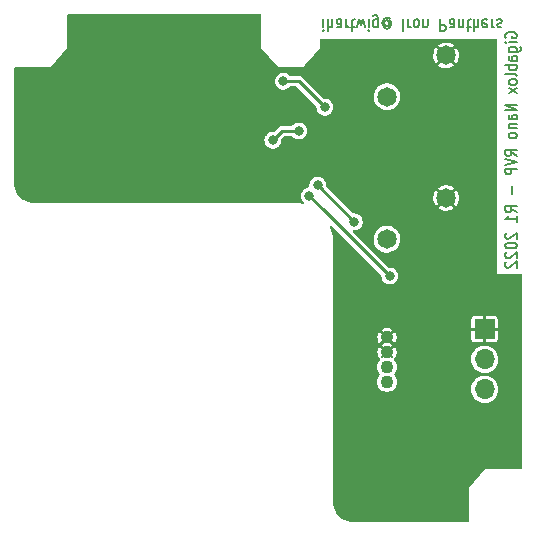
<source format=gbr>
%TF.GenerationSoftware,KiCad,Pcbnew,(6.0.5-0)*%
%TF.CreationDate,2022-07-05T23:07:10-07:00*%
%TF.ProjectId,gigablox-nano-rvp,67696761-626c-46f7-982d-6e616e6f2d72,rev?*%
%TF.SameCoordinates,PX5a1f4a0PY3e77360*%
%TF.FileFunction,Copper,L2,Bot*%
%TF.FilePolarity,Positive*%
%FSLAX46Y46*%
G04 Gerber Fmt 4.6, Leading zero omitted, Abs format (unit mm)*
G04 Created by KiCad (PCBNEW (6.0.5-0)) date 2022-07-05 23:07:10*
%MOMM*%
%LPD*%
G01*
G04 APERTURE LIST*
%ADD10C,0.150000*%
%TA.AperFunction,NonConductor*%
%ADD11C,0.150000*%
%TD*%
%TA.AperFunction,ComponentPad*%
%ADD12C,1.650000*%
%TD*%
%TA.AperFunction,ComponentPad*%
%ADD13C,1.100000*%
%TD*%
%TA.AperFunction,ComponentPad*%
%ADD14O,1.700000X1.700000*%
%TD*%
%TA.AperFunction,ComponentPad*%
%ADD15R,1.700000X1.700000*%
%TD*%
%TA.AperFunction,ViaPad*%
%ADD16C,0.800000*%
%TD*%
%TA.AperFunction,Conductor*%
%ADD17C,0.250000*%
%TD*%
G04 APERTURE END LIST*
D10*
D11*
X26471428Y42852381D02*
X26471428Y42185715D01*
X26471428Y41852381D02*
X26430952Y41900000D01*
X26471428Y41947620D01*
X26511904Y41900000D01*
X26471428Y41852381D01*
X26471428Y41947620D01*
X26876190Y42852381D02*
X26876190Y41852381D01*
X27240476Y42852381D02*
X27240476Y42328572D01*
X27200000Y42233334D01*
X27119047Y42185715D01*
X26997619Y42185715D01*
X26916666Y42233334D01*
X26876190Y42280953D01*
X28009523Y42852381D02*
X28009523Y42328572D01*
X27969047Y42233334D01*
X27888095Y42185715D01*
X27726190Y42185715D01*
X27645238Y42233334D01*
X28009523Y42804762D02*
X27928571Y42852381D01*
X27726190Y42852381D01*
X27645238Y42804762D01*
X27604761Y42709524D01*
X27604761Y42614286D01*
X27645238Y42519048D01*
X27726190Y42471429D01*
X27928571Y42471429D01*
X28009523Y42423810D01*
X28414285Y42852381D02*
X28414285Y42185715D01*
X28414285Y42376191D02*
X28454761Y42280953D01*
X28495238Y42233334D01*
X28576190Y42185715D01*
X28657142Y42185715D01*
X28819047Y42185715D02*
X29142857Y42185715D01*
X28940476Y41852381D02*
X28940476Y42709524D01*
X28980952Y42804762D01*
X29061904Y42852381D01*
X29142857Y42852381D01*
X29345238Y42185715D02*
X29507142Y42852381D01*
X29669047Y42376191D01*
X29830952Y42852381D01*
X29992857Y42185715D01*
X30316666Y42852381D02*
X30316666Y42185715D01*
X30316666Y41852381D02*
X30276190Y41900000D01*
X30316666Y41947620D01*
X30357142Y41900000D01*
X30316666Y41852381D01*
X30316666Y41947620D01*
X31085714Y42185715D02*
X31085714Y42995239D01*
X31045238Y43090477D01*
X31004761Y43138096D01*
X30923809Y43185715D01*
X30802380Y43185715D01*
X30721428Y43138096D01*
X31085714Y42804762D02*
X31004761Y42852381D01*
X30842857Y42852381D01*
X30761904Y42804762D01*
X30721428Y42757143D01*
X30680952Y42661905D01*
X30680952Y42376191D01*
X30721428Y42280953D01*
X30761904Y42233334D01*
X30842857Y42185715D01*
X31004761Y42185715D01*
X31085714Y42233334D01*
X32016666Y42376191D02*
X31976190Y42328572D01*
X31895238Y42280953D01*
X31814285Y42280953D01*
X31733333Y42328572D01*
X31692857Y42376191D01*
X31652380Y42471429D01*
X31652380Y42566667D01*
X31692857Y42661905D01*
X31733333Y42709524D01*
X31814285Y42757143D01*
X31895238Y42757143D01*
X31976190Y42709524D01*
X32016666Y42661905D01*
X32016666Y42280953D02*
X32016666Y42661905D01*
X32057142Y42709524D01*
X32097619Y42709524D01*
X32178571Y42661905D01*
X32219047Y42566667D01*
X32219047Y42328572D01*
X32138095Y42185715D01*
X32016666Y42090477D01*
X31854761Y42042858D01*
X31692857Y42090477D01*
X31571428Y42185715D01*
X31490476Y42328572D01*
X31450000Y42519048D01*
X31490476Y42709524D01*
X31571428Y42852381D01*
X31692857Y42947620D01*
X31854761Y42995239D01*
X32016666Y42947620D01*
X32138095Y42852381D01*
X33230952Y42852381D02*
X33230952Y41852381D01*
X33635714Y42852381D02*
X33635714Y42185715D01*
X33635714Y42376191D02*
X33676190Y42280953D01*
X33716666Y42233334D01*
X33797619Y42185715D01*
X33878571Y42185715D01*
X34283333Y42852381D02*
X34202380Y42804762D01*
X34161904Y42757143D01*
X34121428Y42661905D01*
X34121428Y42376191D01*
X34161904Y42280953D01*
X34202380Y42233334D01*
X34283333Y42185715D01*
X34404761Y42185715D01*
X34485714Y42233334D01*
X34526190Y42280953D01*
X34566666Y42376191D01*
X34566666Y42661905D01*
X34526190Y42757143D01*
X34485714Y42804762D01*
X34404761Y42852381D01*
X34283333Y42852381D01*
X34930952Y42185715D02*
X34930952Y42852381D01*
X34930952Y42280953D02*
X34971428Y42233334D01*
X35052380Y42185715D01*
X35173809Y42185715D01*
X35254761Y42233334D01*
X35295238Y42328572D01*
X35295238Y42852381D01*
X36347619Y42852381D02*
X36347619Y41852381D01*
X36671428Y41852381D01*
X36752380Y41900000D01*
X36792857Y41947620D01*
X36833333Y42042858D01*
X36833333Y42185715D01*
X36792857Y42280953D01*
X36752380Y42328572D01*
X36671428Y42376191D01*
X36347619Y42376191D01*
X37561904Y42852381D02*
X37561904Y42328572D01*
X37521428Y42233334D01*
X37440476Y42185715D01*
X37278571Y42185715D01*
X37197619Y42233334D01*
X37561904Y42804762D02*
X37480952Y42852381D01*
X37278571Y42852381D01*
X37197619Y42804762D01*
X37157142Y42709524D01*
X37157142Y42614286D01*
X37197619Y42519048D01*
X37278571Y42471429D01*
X37480952Y42471429D01*
X37561904Y42423810D01*
X37966666Y42185715D02*
X37966666Y42852381D01*
X37966666Y42280953D02*
X38007142Y42233334D01*
X38088095Y42185715D01*
X38209523Y42185715D01*
X38290476Y42233334D01*
X38330952Y42328572D01*
X38330952Y42852381D01*
X38614285Y42185715D02*
X38938095Y42185715D01*
X38735714Y41852381D02*
X38735714Y42709524D01*
X38776190Y42804762D01*
X38857142Y42852381D01*
X38938095Y42852381D01*
X39221428Y42852381D02*
X39221428Y41852381D01*
X39585714Y42852381D02*
X39585714Y42328572D01*
X39545238Y42233334D01*
X39464285Y42185715D01*
X39342857Y42185715D01*
X39261904Y42233334D01*
X39221428Y42280953D01*
X40314285Y42804762D02*
X40233333Y42852381D01*
X40071428Y42852381D01*
X39990476Y42804762D01*
X39950000Y42709524D01*
X39950000Y42328572D01*
X39990476Y42233334D01*
X40071428Y42185715D01*
X40233333Y42185715D01*
X40314285Y42233334D01*
X40354761Y42328572D01*
X40354761Y42423810D01*
X39950000Y42519048D01*
X40719047Y42852381D02*
X40719047Y42185715D01*
X40719047Y42376191D02*
X40759523Y42280953D01*
X40800000Y42233334D01*
X40880952Y42185715D01*
X40961904Y42185715D01*
X41204761Y42804762D02*
X41285714Y42852381D01*
X41447619Y42852381D01*
X41528571Y42804762D01*
X41569047Y42709524D01*
X41569047Y42661905D01*
X41528571Y42566667D01*
X41447619Y42519048D01*
X41326190Y42519048D01*
X41245238Y42471429D01*
X41204761Y42376191D01*
X41204761Y42328572D01*
X41245238Y42233334D01*
X41326190Y42185715D01*
X41447619Y42185715D01*
X41528571Y42233334D01*
D10*
D11*
X41900000Y41291667D02*
X41852380Y41372620D01*
X41852380Y41494048D01*
X41900000Y41615477D01*
X41995238Y41696429D01*
X42090476Y41736905D01*
X42280952Y41777381D01*
X42423809Y41777381D01*
X42614285Y41736905D01*
X42709523Y41696429D01*
X42804761Y41615477D01*
X42852380Y41494048D01*
X42852380Y41413096D01*
X42804761Y41291667D01*
X42757142Y41251191D01*
X42423809Y41251191D01*
X42423809Y41413096D01*
X42852380Y40886905D02*
X42185714Y40886905D01*
X41852380Y40886905D02*
X41900000Y40927381D01*
X41947619Y40886905D01*
X41900000Y40846429D01*
X41852380Y40886905D01*
X41947619Y40886905D01*
X42185714Y40117858D02*
X42995238Y40117858D01*
X43090476Y40158334D01*
X43138095Y40198810D01*
X43185714Y40279762D01*
X43185714Y40401191D01*
X43138095Y40482143D01*
X42804761Y40117858D02*
X42852380Y40198810D01*
X42852380Y40360715D01*
X42804761Y40441667D01*
X42757142Y40482143D01*
X42661904Y40522620D01*
X42376190Y40522620D01*
X42280952Y40482143D01*
X42233333Y40441667D01*
X42185714Y40360715D01*
X42185714Y40198810D01*
X42233333Y40117858D01*
X42852380Y39348810D02*
X42328571Y39348810D01*
X42233333Y39389286D01*
X42185714Y39470239D01*
X42185714Y39632143D01*
X42233333Y39713096D01*
X42804761Y39348810D02*
X42852380Y39429762D01*
X42852380Y39632143D01*
X42804761Y39713096D01*
X42709523Y39753572D01*
X42614285Y39753572D01*
X42519047Y39713096D01*
X42471428Y39632143D01*
X42471428Y39429762D01*
X42423809Y39348810D01*
X42852380Y38944048D02*
X41852380Y38944048D01*
X42233333Y38944048D02*
X42185714Y38863096D01*
X42185714Y38701191D01*
X42233333Y38620239D01*
X42280952Y38579762D01*
X42376190Y38539286D01*
X42661904Y38539286D01*
X42757142Y38579762D01*
X42804761Y38620239D01*
X42852380Y38701191D01*
X42852380Y38863096D01*
X42804761Y38944048D01*
X42852380Y38053572D02*
X42804761Y38134524D01*
X42709523Y38175000D01*
X41852380Y38175000D01*
X42852380Y37608334D02*
X42804761Y37689286D01*
X42757142Y37729762D01*
X42661904Y37770239D01*
X42376190Y37770239D01*
X42280952Y37729762D01*
X42233333Y37689286D01*
X42185714Y37608334D01*
X42185714Y37486905D01*
X42233333Y37405953D01*
X42280952Y37365477D01*
X42376190Y37325000D01*
X42661904Y37325000D01*
X42757142Y37365477D01*
X42804761Y37405953D01*
X42852380Y37486905D01*
X42852380Y37608334D01*
X42852380Y37041667D02*
X42185714Y36596429D01*
X42185714Y37041667D02*
X42852380Y36596429D01*
X42852380Y35625000D02*
X41852380Y35625000D01*
X42852380Y35139286D01*
X41852380Y35139286D01*
X42852380Y34370239D02*
X42328571Y34370239D01*
X42233333Y34410715D01*
X42185714Y34491667D01*
X42185714Y34653572D01*
X42233333Y34734524D01*
X42804761Y34370239D02*
X42852380Y34451191D01*
X42852380Y34653572D01*
X42804761Y34734524D01*
X42709523Y34775000D01*
X42614285Y34775000D01*
X42519047Y34734524D01*
X42471428Y34653572D01*
X42471428Y34451191D01*
X42423809Y34370239D01*
X42185714Y33965477D02*
X42852380Y33965477D01*
X42280952Y33965477D02*
X42233333Y33925000D01*
X42185714Y33844048D01*
X42185714Y33722620D01*
X42233333Y33641667D01*
X42328571Y33601191D01*
X42852380Y33601191D01*
X42852380Y33075000D02*
X42804761Y33155953D01*
X42757142Y33196429D01*
X42661904Y33236905D01*
X42376190Y33236905D01*
X42280952Y33196429D01*
X42233333Y33155953D01*
X42185714Y33075000D01*
X42185714Y32953572D01*
X42233333Y32872620D01*
X42280952Y32832143D01*
X42376190Y32791667D01*
X42661904Y32791667D01*
X42757142Y32832143D01*
X42804761Y32872620D01*
X42852380Y32953572D01*
X42852380Y33075000D01*
X42852380Y31294048D02*
X42376190Y31577381D01*
X42852380Y31779762D02*
X41852380Y31779762D01*
X41852380Y31455953D01*
X41900000Y31375000D01*
X41947619Y31334524D01*
X42042857Y31294048D01*
X42185714Y31294048D01*
X42280952Y31334524D01*
X42328571Y31375000D01*
X42376190Y31455953D01*
X42376190Y31779762D01*
X41852380Y31051191D02*
X42852380Y30767858D01*
X41852380Y30484524D01*
X42852380Y30201191D02*
X41852380Y30201191D01*
X41852380Y29877381D01*
X41900000Y29796429D01*
X41947619Y29755953D01*
X42042857Y29715477D01*
X42185714Y29715477D01*
X42280952Y29755953D01*
X42328571Y29796429D01*
X42376190Y29877381D01*
X42376190Y30201191D01*
X42471428Y28703572D02*
X42471428Y28055953D01*
X42852380Y26517858D02*
X42376190Y26801191D01*
X42852380Y27003572D02*
X41852380Y27003572D01*
X41852380Y26679762D01*
X41900000Y26598810D01*
X41947619Y26558334D01*
X42042857Y26517858D01*
X42185714Y26517858D01*
X42280952Y26558334D01*
X42328571Y26598810D01*
X42376190Y26679762D01*
X42376190Y27003572D01*
X42852380Y25708334D02*
X42852380Y26194048D01*
X42852380Y25951191D02*
X41852380Y25951191D01*
X41995238Y26032143D01*
X42090476Y26113096D01*
X42138095Y26194048D01*
X41947619Y24736905D02*
X41900000Y24696429D01*
X41852380Y24615477D01*
X41852380Y24413096D01*
X41900000Y24332143D01*
X41947619Y24291667D01*
X42042857Y24251191D01*
X42138095Y24251191D01*
X42280952Y24291667D01*
X42852380Y24777381D01*
X42852380Y24251191D01*
X41852380Y23725000D02*
X41852380Y23644048D01*
X41900000Y23563096D01*
X41947619Y23522620D01*
X42042857Y23482143D01*
X42233333Y23441667D01*
X42471428Y23441667D01*
X42661904Y23482143D01*
X42757142Y23522620D01*
X42804761Y23563096D01*
X42852380Y23644048D01*
X42852380Y23725000D01*
X42804761Y23805953D01*
X42757142Y23846429D01*
X42661904Y23886905D01*
X42471428Y23927381D01*
X42233333Y23927381D01*
X42042857Y23886905D01*
X41947619Y23846429D01*
X41900000Y23805953D01*
X41852380Y23725000D01*
X41947619Y23117858D02*
X41900000Y23077381D01*
X41852380Y22996429D01*
X41852380Y22794048D01*
X41900000Y22713096D01*
X41947619Y22672620D01*
X42042857Y22632143D01*
X42138095Y22632143D01*
X42280952Y22672620D01*
X42852380Y23158334D01*
X42852380Y22632143D01*
X41947619Y22308334D02*
X41900000Y22267858D01*
X41852380Y22186905D01*
X41852380Y21984524D01*
X41900000Y21903572D01*
X41947619Y21863096D01*
X42042857Y21822620D01*
X42138095Y21822620D01*
X42280952Y21863096D01*
X42852380Y22348810D01*
X42852380Y21822620D01*
D12*
%TO.P,J4,2,Pin_2*%
%TO.N,/12V_CONN*%
X31865000Y24225000D03*
%TO.P,J4,1,Pin_1*%
%TO.N,GND*%
X36865000Y27725000D03*
%TD*%
D13*
%TO.P,J3,1,Pin_1*%
%TO.N,+12V*%
X31865000Y12160000D03*
%TO.P,J3,2,Pin_2*%
X31865000Y13410000D03*
%TO.P,J3,3,Pin_3*%
%TO.N,GND*%
X31865000Y14660000D03*
%TO.P,J3,4,Pin_4*%
X31865000Y15910000D03*
%TD*%
D14*
%TO.P,J2,3,Pin_3*%
%TO.N,/RST_CONN*%
X40120000Y11525000D03*
%TO.P,J2,2,Pin_2*%
%TO.N,unconnected-(J2-Pad2)*%
X40120000Y14065000D03*
D15*
%TO.P,J2,1,Pin_1*%
%TO.N,GND*%
X40120000Y16605000D03*
%TD*%
D12*
%TO.P,J1,2,Pin_2*%
%TO.N,/12V_CONN*%
X31865000Y36290000D03*
%TO.P,J1,1,Pin_1*%
%TO.N,GND*%
X36865000Y39790000D03*
%TD*%
D16*
%TO.N,/12V_CONN*%
X24400000Y33400000D03*
X22200000Y32600000D03*
%TO.N,+12V*%
X23100000Y37600000D03*
X26600000Y35400000D03*
X29100000Y25700000D03*
X26000000Y28800000D03*
%TO.N,/RST_CONN*%
X25300000Y27900000D03*
%TO.N,GND*%
X18600000Y28700000D03*
X9400000Y28700000D03*
X20300000Y32900000D03*
%TO.N,/RST_CONN*%
X32100000Y21100000D03*
%TO.N,GND*%
X30700000Y7100000D03*
X4600000Y36000000D03*
X4600000Y32700000D03*
X4600000Y29400000D03*
X11700000Y33100000D03*
X7700000Y41800000D03*
X12600000Y42100000D03*
X29900000Y9700000D03*
X29900000Y6500000D03*
X30700000Y3900000D03*
X25300000Y30900000D03*
%TD*%
D17*
%TO.N,/12V_CONN*%
X24400000Y33400000D02*
X23000000Y33400000D01*
X23000000Y33400000D02*
X22200000Y32600000D01*
%TO.N,+12V*%
X23100000Y37600000D02*
X24400000Y37600000D01*
X24400000Y37600000D02*
X26600000Y35400000D01*
X26000000Y28800000D02*
X29100000Y25700000D01*
%TO.N,/RST_CONN*%
X26500000Y26700000D02*
X25300000Y27900000D01*
X32100000Y21100000D02*
X26500000Y26700000D01*
%TD*%
%TA.AperFunction,Conductor*%
%TO.N,GND*%
G36*
X21158531Y43275487D02*
G01*
X21195076Y43225187D01*
X21200000Y43194100D01*
X21200000Y40400000D01*
X22600000Y38800000D01*
X24800000Y38800000D01*
X24921622Y38938996D01*
X36200233Y38938996D01*
X36200241Y38938949D01*
X36205853Y38932634D01*
X36344106Y38840256D01*
X36352177Y38835874D01*
X36525908Y38761232D01*
X36534633Y38758397D01*
X36719064Y38716665D01*
X36728169Y38715467D01*
X36917103Y38708043D01*
X36926274Y38708523D01*
X37113405Y38735656D01*
X37122334Y38737800D01*
X37301386Y38798580D01*
X37309770Y38802313D01*
X37474748Y38894705D01*
X37482315Y38899906D01*
X37520545Y38931701D01*
X37527778Y38943165D01*
X37527589Y38946044D01*
X37525554Y38949133D01*
X36876268Y39598420D01*
X36864189Y39604575D01*
X36859077Y39603765D01*
X36206387Y38951074D01*
X36200233Y38938996D01*
X24921622Y38938996D01*
X25687042Y39813762D01*
X35782050Y39813762D01*
X35794417Y39625078D01*
X35795851Y39616021D01*
X35842396Y39432751D01*
X35845465Y39424086D01*
X35924622Y39252382D01*
X35929219Y39244420D01*
X36006935Y39134454D01*
X36017794Y39126345D01*
X36018553Y39126335D01*
X36024786Y39130099D01*
X36673420Y39778732D01*
X36678748Y39789189D01*
X37050425Y39789189D01*
X37051235Y39784077D01*
X37701841Y39133472D01*
X37713919Y39127318D01*
X37716769Y39127770D01*
X37719657Y39130077D01*
X37755094Y39172685D01*
X37760295Y39180252D01*
X37852687Y39345230D01*
X37856420Y39353614D01*
X37917200Y39532666D01*
X37919344Y39541595D01*
X37946713Y39730356D01*
X37947215Y39736247D01*
X37948546Y39787044D01*
X37948352Y39792949D01*
X37930900Y39982887D01*
X37929227Y39991909D01*
X37877900Y40173899D01*
X37874609Y40182472D01*
X37790983Y40352049D01*
X37786177Y40359891D01*
X37722619Y40445007D01*
X37711551Y40452829D01*
X37710080Y40452810D01*
X37704904Y40449591D01*
X37056580Y39801268D01*
X37050425Y39789189D01*
X36678748Y39789189D01*
X36679575Y39790811D01*
X36678765Y39795923D01*
X36028434Y40446253D01*
X36016356Y40452407D01*
X36014203Y40452066D01*
X36010414Y40448956D01*
X35959051Y40383803D01*
X35954051Y40376104D01*
X35866009Y40208764D01*
X35862496Y40200282D01*
X35806424Y40019700D01*
X35804516Y40010723D01*
X35782290Y39822948D01*
X35782050Y39813762D01*
X25687042Y39813762D01*
X26200000Y40400000D01*
X26200000Y40637765D01*
X36201455Y40637765D01*
X36201784Y40634192D01*
X36203177Y40632136D01*
X36853732Y39981580D01*
X36865811Y39975425D01*
X36870923Y39976235D01*
X37523645Y40628958D01*
X37529799Y40641036D01*
X37529128Y40645271D01*
X37528367Y40646277D01*
X37528051Y40646569D01*
X37520773Y40652154D01*
X37360856Y40753053D01*
X37352669Y40757225D01*
X37177052Y40827289D01*
X37168241Y40829899D01*
X36982793Y40866787D01*
X36973655Y40867747D01*
X36784593Y40870223D01*
X36775436Y40869502D01*
X36589086Y40837481D01*
X36580207Y40835101D01*
X36402819Y40769660D01*
X36394520Y40765701D01*
X36232024Y40669026D01*
X36224599Y40663632D01*
X36208385Y40649412D01*
X36201455Y40637765D01*
X26200000Y40637765D01*
X26200000Y41076600D01*
X26219213Y41135731D01*
X26269513Y41172276D01*
X26300600Y41177200D01*
X41076600Y41177200D01*
X41135731Y41157987D01*
X41172276Y41107687D01*
X41177200Y41076600D01*
X41177200Y21280415D01*
X43194100Y21280415D01*
X43253231Y21261202D01*
X43289776Y21210902D01*
X43294700Y21179815D01*
X43294700Y4900600D01*
X43275487Y4841469D01*
X43225187Y4804924D01*
X43194100Y4800000D01*
X40200000Y4800000D01*
X38800000Y3200000D01*
X38800000Y405900D01*
X38780787Y346769D01*
X38730487Y310224D01*
X38699400Y305300D01*
X29035515Y305300D01*
X29018046Y306828D01*
X29008667Y308482D01*
X29008666Y308482D01*
X29000000Y310010D01*
X28991330Y308481D01*
X28986716Y308481D01*
X28968598Y307546D01*
X28765993Y322037D01*
X28751786Y324080D01*
X28529577Y372418D01*
X28515805Y376462D01*
X28302734Y455934D01*
X28289688Y461891D01*
X28090080Y570886D01*
X28078017Y578639D01*
X27895971Y714917D01*
X27885123Y724316D01*
X27724316Y885123D01*
X27714917Y895971D01*
X27578639Y1078017D01*
X27570886Y1090080D01*
X27461891Y1289688D01*
X27455934Y1302734D01*
X27376462Y1515805D01*
X27372418Y1529577D01*
X27324080Y1751786D01*
X27322037Y1765993D01*
X27307546Y1968598D01*
X27308481Y1986716D01*
X27308481Y1991330D01*
X27310010Y2000000D01*
X27306828Y2018046D01*
X27305300Y2035515D01*
X27305300Y12160000D01*
X31004989Y12160000D01*
X31023782Y11981194D01*
X31079341Y11810202D01*
X31081977Y11805636D01*
X31081978Y11805634D01*
X31124577Y11731851D01*
X31169236Y11654498D01*
X31289540Y11520887D01*
X31434994Y11415209D01*
X31599242Y11342081D01*
X31604392Y11340986D01*
X31604393Y11340986D01*
X31769950Y11305795D01*
X31769955Y11305794D01*
X31775104Y11304700D01*
X31954896Y11304700D01*
X31960045Y11305794D01*
X31960050Y11305795D01*
X32125607Y11340986D01*
X32125608Y11340986D01*
X32130758Y11342081D01*
X32295006Y11415209D01*
X32440460Y11520887D01*
X32471510Y11555372D01*
X38960149Y11555372D01*
X38974036Y11343497D01*
X38975168Y11339039D01*
X38975169Y11339034D01*
X38996728Y11254145D01*
X39026301Y11137701D01*
X39115195Y10944876D01*
X39237740Y10771479D01*
X39389832Y10623317D01*
X39393665Y10620756D01*
X39393666Y10620755D01*
X39562542Y10507915D01*
X39562546Y10507913D01*
X39566377Y10505353D01*
X39761463Y10421538D01*
X39968557Y10374677D01*
X40074640Y10370509D01*
X40176114Y10366522D01*
X40176115Y10366522D01*
X40180723Y10366341D01*
X40185280Y10367002D01*
X40185285Y10367002D01*
X40386293Y10396147D01*
X40386299Y10396148D01*
X40390855Y10396809D01*
X40395218Y10398290D01*
X40395222Y10398291D01*
X40587553Y10463579D01*
X40591916Y10465060D01*
X40777172Y10568808D01*
X40839632Y10620755D01*
X40936873Y10701630D01*
X40940420Y10704580D01*
X40947120Y10712636D01*
X41073244Y10864283D01*
X41073246Y10864285D01*
X41076192Y10867828D01*
X41179940Y11053084D01*
X41248191Y11254145D01*
X41248852Y11258701D01*
X41248853Y11258707D01*
X41278234Y11461345D01*
X41278234Y11461347D01*
X41278659Y11464277D01*
X41279518Y11497083D01*
X41280172Y11522044D01*
X41280172Y11522051D01*
X41280249Y11525000D01*
X41260821Y11736439D01*
X41203186Y11940796D01*
X41191445Y11964605D01*
X41111318Y12127086D01*
X41111316Y12127089D01*
X41109275Y12131228D01*
X41083876Y12165242D01*
X40984996Y12297659D01*
X40984991Y12297664D01*
X40982233Y12301358D01*
X40826315Y12445487D01*
X40822419Y12447945D01*
X40822414Y12447949D01*
X40717148Y12514366D01*
X40646742Y12558789D01*
X40449529Y12637470D01*
X40241279Y12678893D01*
X40135124Y12680282D01*
X40033582Y12681612D01*
X40033578Y12681612D01*
X40028968Y12681672D01*
X40024423Y12680891D01*
X39824253Y12646496D01*
X39824248Y12646495D01*
X39819705Y12645714D01*
X39720102Y12608969D01*
X39624831Y12573822D01*
X39624829Y12573821D01*
X39620500Y12572224D01*
X39616532Y12569863D01*
X39441987Y12466020D01*
X39441982Y12466016D01*
X39438023Y12463661D01*
X39434557Y12460622D01*
X39434555Y12460620D01*
X39281852Y12326704D01*
X39281849Y12326701D01*
X39278385Y12323663D01*
X39146933Y12156917D01*
X39048070Y11969008D01*
X39039310Y11940796D01*
X38997341Y11805634D01*
X38985105Y11766229D01*
X38960149Y11555372D01*
X32471510Y11555372D01*
X32560764Y11654498D01*
X32605424Y11731851D01*
X32648022Y11805634D01*
X32648023Y11805636D01*
X32650659Y11810202D01*
X32706218Y11981194D01*
X32725011Y12160000D01*
X32706218Y12338806D01*
X32650659Y12509798D01*
X32623796Y12556327D01*
X32563400Y12660937D01*
X32563398Y12660940D01*
X32560764Y12665502D01*
X32513778Y12717685D01*
X32488489Y12774484D01*
X32501416Y12835300D01*
X32513778Y12852315D01*
X32557237Y12900581D01*
X32560764Y12904498D01*
X32566537Y12914496D01*
X32648022Y13055634D01*
X32648023Y13055636D01*
X32650659Y13060202D01*
X32706218Y13231194D01*
X32725011Y13410000D01*
X32721553Y13442902D01*
X32706769Y13583566D01*
X32706768Y13583568D01*
X32706218Y13588806D01*
X32650659Y13759798D01*
X32648022Y13764366D01*
X32563400Y13910937D01*
X32563398Y13910940D01*
X32560764Y13915502D01*
X32480831Y14004277D01*
X32460338Y14027037D01*
X32435050Y14083836D01*
X32437502Y14095372D01*
X38960149Y14095372D01*
X38974036Y13883497D01*
X38975168Y13879039D01*
X38975169Y13879034D01*
X38996728Y13794145D01*
X39026301Y13677701D01*
X39115195Y13484876D01*
X39237740Y13311479D01*
X39389832Y13163317D01*
X39393665Y13160756D01*
X39393666Y13160755D01*
X39562542Y13047915D01*
X39562546Y13047913D01*
X39566377Y13045353D01*
X39761463Y12961538D01*
X39968557Y12914677D01*
X40074640Y12910509D01*
X40176114Y12906522D01*
X40176115Y12906522D01*
X40180723Y12906341D01*
X40185280Y12907002D01*
X40185285Y12907002D01*
X40386293Y12936147D01*
X40386299Y12936148D01*
X40390855Y12936809D01*
X40395218Y12938290D01*
X40395222Y12938291D01*
X40587553Y13003579D01*
X40591916Y13005060D01*
X40777172Y13108808D01*
X40839632Y13160755D01*
X40936873Y13241630D01*
X40940420Y13244580D01*
X40947120Y13252636D01*
X41073244Y13404283D01*
X41073246Y13404285D01*
X41076192Y13407828D01*
X41179940Y13593084D01*
X41236532Y13759798D01*
X41246709Y13789778D01*
X41246710Y13789782D01*
X41248191Y13794145D01*
X41248852Y13798701D01*
X41248853Y13798707D01*
X41278234Y14001345D01*
X41278234Y14001347D01*
X41278659Y14004277D01*
X41279833Y14049113D01*
X41280172Y14062044D01*
X41280172Y14062051D01*
X41280249Y14065000D01*
X41269108Y14186254D01*
X41261243Y14271851D01*
X41261242Y14271856D01*
X41260821Y14276439D01*
X41203186Y14480796D01*
X41191445Y14504605D01*
X41111318Y14667086D01*
X41111316Y14667089D01*
X41109275Y14671228D01*
X41087389Y14700537D01*
X40984996Y14837659D01*
X40984991Y14837664D01*
X40982233Y14841358D01*
X40977834Y14845425D01*
X40829703Y14982355D01*
X40826315Y14985487D01*
X40822419Y14987945D01*
X40822414Y14987949D01*
X40736529Y15042138D01*
X40646742Y15098789D01*
X40449529Y15177470D01*
X40241279Y15218893D01*
X40135123Y15220283D01*
X40033582Y15221612D01*
X40033578Y15221612D01*
X40028968Y15221672D01*
X40024423Y15220891D01*
X39824253Y15186496D01*
X39824248Y15186495D01*
X39819705Y15185714D01*
X39720102Y15148969D01*
X39624831Y15113822D01*
X39624829Y15113821D01*
X39620500Y15112224D01*
X39616532Y15109863D01*
X39441987Y15006020D01*
X39441982Y15006016D01*
X39438023Y15003661D01*
X39434557Y15000622D01*
X39434555Y15000620D01*
X39281852Y14866704D01*
X39281849Y14866701D01*
X39278385Y14863663D01*
X39275532Y14860044D01*
X39275531Y14860043D01*
X39212659Y14780290D01*
X39146933Y14696917D01*
X39048070Y14509008D01*
X39039310Y14480796D01*
X38987116Y14312704D01*
X38985105Y14306229D01*
X38978553Y14250872D01*
X38962515Y14115359D01*
X38960149Y14095372D01*
X32437502Y14095372D01*
X32447977Y14144651D01*
X32494182Y14186254D01*
X32517377Y14193125D01*
X32524147Y14199156D01*
X32581501Y14285482D01*
X32586613Y14295429D01*
X32646670Y14453528D01*
X32649451Y14464358D01*
X32673331Y14634274D01*
X32673816Y14640577D01*
X32674043Y14656835D01*
X32673734Y14663144D01*
X32654608Y14833660D01*
X32652130Y14844567D01*
X32596512Y15004279D01*
X32591678Y15014369D01*
X32526287Y15119016D01*
X32516258Y15127431D01*
X32508162Y15122850D01*
X32056580Y14671268D01*
X32050425Y14659189D01*
X32051235Y14654077D01*
X32371772Y14333540D01*
X32399998Y14278142D01*
X32390272Y14216734D01*
X32346308Y14172770D01*
X32284900Y14163044D01*
X32259719Y14170502D01*
X32135574Y14225775D01*
X32135572Y14225776D01*
X32130758Y14227919D01*
X32130868Y14228166D01*
X32093816Y14250872D01*
X31876268Y14468420D01*
X31864189Y14474575D01*
X31859077Y14473765D01*
X31636184Y14250872D01*
X31599132Y14228166D01*
X31599242Y14227919D01*
X31594428Y14225776D01*
X31594426Y14225775D01*
X31470280Y14170501D01*
X31408446Y14164002D01*
X31354602Y14195089D01*
X31329313Y14251888D01*
X31342240Y14312704D01*
X31358227Y14333539D01*
X31673420Y14648732D01*
X31679575Y14660811D01*
X31678765Y14665923D01*
X31223922Y15120766D01*
X31212056Y15126812D01*
X31205430Y15120825D01*
X31143337Y15024475D01*
X31138368Y15014465D01*
X31080523Y14855537D01*
X31077894Y14844671D01*
X31056696Y14676873D01*
X31056541Y14665703D01*
X31073044Y14497380D01*
X31075368Y14486444D01*
X31128754Y14325962D01*
X31133441Y14315819D01*
X31203291Y14200484D01*
X31222665Y14183761D01*
X31258870Y14168541D01*
X31291077Y14115359D01*
X31285874Y14053403D01*
X31267897Y14025076D01*
X31169236Y13915502D01*
X31166602Y13910940D01*
X31166600Y13910937D01*
X31081978Y13764366D01*
X31079341Y13759798D01*
X31023782Y13588806D01*
X31023232Y13583568D01*
X31023231Y13583566D01*
X31008447Y13442902D01*
X31004989Y13410000D01*
X31023782Y13231194D01*
X31079341Y13060202D01*
X31081977Y13055636D01*
X31081978Y13055634D01*
X31163464Y12914496D01*
X31169236Y12904498D01*
X31172763Y12900581D01*
X31216222Y12852315D01*
X31241511Y12795516D01*
X31228584Y12734700D01*
X31216222Y12717685D01*
X31169236Y12665502D01*
X31166602Y12660940D01*
X31166600Y12660937D01*
X31106204Y12556327D01*
X31079341Y12509798D01*
X31023782Y12338806D01*
X31004989Y12160000D01*
X27305300Y12160000D01*
X27305300Y15284189D01*
X31425425Y15284189D01*
X31426235Y15279077D01*
X31853732Y14851580D01*
X31865811Y14845425D01*
X31870923Y14846235D01*
X32298420Y15273732D01*
X32304575Y15285811D01*
X32303765Y15290923D01*
X31876268Y15718420D01*
X31864189Y15724575D01*
X31859077Y15723765D01*
X31431580Y15296268D01*
X31425425Y15284189D01*
X27305300Y15284189D01*
X27305300Y15915703D01*
X31056541Y15915703D01*
X31073044Y15747380D01*
X31075368Y15736444D01*
X31128754Y15575962D01*
X31133441Y15565819D01*
X31203291Y15450484D01*
X31213022Y15442084D01*
X31221479Y15446791D01*
X31673420Y15898732D01*
X31678748Y15909189D01*
X32050425Y15909189D01*
X32051235Y15904077D01*
X32505697Y15449615D01*
X32517762Y15443468D01*
X32524147Y15449156D01*
X32581501Y15535482D01*
X32586613Y15545429D01*
X32646670Y15703528D01*
X32649451Y15714358D01*
X32652341Y15734922D01*
X39016001Y15734922D01*
X39016965Y15725139D01*
X39028804Y15665614D01*
X39036242Y15647655D01*
X39081371Y15580115D01*
X39095115Y15566371D01*
X39162657Y15521241D01*
X39180611Y15513804D01*
X39240131Y15501965D01*
X39249930Y15501000D01*
X39976567Y15501000D01*
X39989457Y15505188D01*
X39992500Y15509377D01*
X39992500Y15516934D01*
X40247500Y15516934D01*
X40251688Y15504044D01*
X40255877Y15501001D01*
X40990078Y15501001D01*
X40999861Y15501965D01*
X41059386Y15513804D01*
X41077345Y15521242D01*
X41144885Y15566371D01*
X41158629Y15580115D01*
X41203759Y15647657D01*
X41211196Y15665611D01*
X41223035Y15725131D01*
X41224000Y15734930D01*
X41224000Y16461567D01*
X41219812Y16474457D01*
X41215623Y16477500D01*
X40263433Y16477500D01*
X40250543Y16473312D01*
X40247500Y16469123D01*
X40247500Y15516934D01*
X39992500Y15516934D01*
X39992500Y16461567D01*
X39988312Y16474457D01*
X39984123Y16477500D01*
X39031934Y16477500D01*
X39019044Y16473312D01*
X39016001Y16469123D01*
X39016001Y15734922D01*
X32652341Y15734922D01*
X32673331Y15884274D01*
X32673816Y15890577D01*
X32674043Y15906835D01*
X32673734Y15913144D01*
X32654608Y16083660D01*
X32652130Y16094567D01*
X32596512Y16254279D01*
X32591678Y16264369D01*
X32526287Y16369016D01*
X32516258Y16377431D01*
X32508162Y16372850D01*
X32056580Y15921268D01*
X32050425Y15909189D01*
X31678748Y15909189D01*
X31679575Y15910811D01*
X31678765Y15915923D01*
X31223922Y16370766D01*
X31212056Y16376812D01*
X31205430Y16370825D01*
X31143337Y16274475D01*
X31138368Y16264465D01*
X31080523Y16105537D01*
X31077894Y16094671D01*
X31056696Y15926873D01*
X31056541Y15915703D01*
X27305300Y15915703D01*
X27305300Y16561604D01*
X31397340Y16561604D01*
X31401985Y16553327D01*
X31853732Y16101580D01*
X31865811Y16095425D01*
X31870923Y16096235D01*
X32325999Y16551311D01*
X32331994Y16563076D01*
X32325858Y16569819D01*
X32224427Y16634190D01*
X32214382Y16639089D01*
X32055054Y16695824D01*
X32044171Y16698376D01*
X31876239Y16718400D01*
X31865050Y16718479D01*
X31696851Y16700801D01*
X31685939Y16698402D01*
X31525833Y16643897D01*
X31515718Y16639137D01*
X31405748Y16571484D01*
X31397340Y16561604D01*
X27305300Y16561604D01*
X27305300Y16748433D01*
X39016000Y16748433D01*
X39020188Y16735543D01*
X39024377Y16732500D01*
X39976567Y16732500D01*
X39989457Y16736688D01*
X39992500Y16740877D01*
X39992500Y16748433D01*
X40247500Y16748433D01*
X40251688Y16735543D01*
X40255877Y16732500D01*
X41208066Y16732500D01*
X41220956Y16736688D01*
X41223999Y16740877D01*
X41223999Y17475078D01*
X41223035Y17484861D01*
X41211196Y17544386D01*
X41203758Y17562345D01*
X41158629Y17629885D01*
X41144885Y17643629D01*
X41077343Y17688759D01*
X41059389Y17696196D01*
X40999869Y17708035D01*
X40990070Y17709000D01*
X40263433Y17709000D01*
X40250543Y17704812D01*
X40247500Y17700623D01*
X40247500Y16748433D01*
X39992500Y16748433D01*
X39992500Y17693066D01*
X39988312Y17705956D01*
X39984123Y17708999D01*
X39249922Y17708999D01*
X39240139Y17708035D01*
X39180614Y17696196D01*
X39162655Y17688758D01*
X39095115Y17643629D01*
X39081371Y17629885D01*
X39036241Y17562343D01*
X39028804Y17544389D01*
X39016965Y17484869D01*
X39016000Y17475070D01*
X39016000Y16748433D01*
X27305300Y16748433D01*
X27305300Y23964485D01*
X27306828Y23981954D01*
X27308481Y23991326D01*
X27308481Y23991329D01*
X27310010Y24000000D01*
X27309762Y24001404D01*
X27296487Y24254715D01*
X27291843Y24343328D01*
X27291842Y24343336D01*
X27291704Y24345972D01*
X27251529Y24599627D01*
X27237921Y24685549D01*
X27237919Y24685557D01*
X27237508Y24688154D01*
X27157249Y24987686D01*
X27148521Y25020260D01*
X27148518Y25020268D01*
X27147841Y25022796D01*
X27055269Y25263955D01*
X27052015Y25326044D01*
X27085877Y25378188D01*
X27143922Y25400469D01*
X27203978Y25384377D01*
X27220322Y25371142D01*
X31365469Y21225995D01*
X31393695Y21170597D01*
X31394073Y21141730D01*
X31389559Y21107440D01*
X31390224Y21101416D01*
X31390224Y21101412D01*
X31391659Y21088417D01*
X31408292Y20937761D01*
X31466958Y20777449D01*
X31562170Y20635758D01*
X31688432Y20520868D01*
X31838455Y20439412D01*
X31844325Y20437872D01*
X31997710Y20397632D01*
X31997711Y20397632D01*
X32003577Y20396093D01*
X32083545Y20394837D01*
X32168201Y20393507D01*
X32168203Y20393507D01*
X32174265Y20393412D01*
X32180176Y20394766D01*
X32180178Y20394766D01*
X32334757Y20430169D01*
X32334760Y20430170D01*
X32340667Y20431523D01*
X32493174Y20508226D01*
X32565440Y20569948D01*
X32618373Y20615156D01*
X32618375Y20615158D01*
X32622982Y20619093D01*
X32626520Y20624016D01*
X32719061Y20752801D01*
X32719063Y20752804D01*
X32722598Y20757724D01*
X32730528Y20777449D01*
X32784009Y20910487D01*
X32786271Y20916114D01*
X32810324Y21085121D01*
X32810480Y21100000D01*
X32789971Y21269473D01*
X32785837Y21280415D01*
X32731772Y21423493D01*
X32729630Y21429163D01*
X32632939Y21569849D01*
X32505481Y21683410D01*
X32500125Y21686246D01*
X32500122Y21686248D01*
X32359975Y21760451D01*
X32354613Y21763290D01*
X32245012Y21790820D01*
X32194932Y21803400D01*
X32194930Y21803400D01*
X32189047Y21804878D01*
X32182982Y21804910D01*
X32182980Y21804910D01*
X32044043Y21805637D01*
X31985014Y21825160D01*
X31973435Y21835101D01*
X29553821Y24254715D01*
X30730247Y24254715D01*
X30743833Y24047425D01*
X30744966Y24042964D01*
X30762662Y23973288D01*
X30794968Y23846082D01*
X30881938Y23657429D01*
X31001831Y23487784D01*
X31065377Y23425880D01*
X31147330Y23346045D01*
X31147334Y23346042D01*
X31150632Y23342829D01*
X31154465Y23340268D01*
X31154466Y23340267D01*
X31319522Y23229980D01*
X31319526Y23229978D01*
X31323357Y23227418D01*
X31464214Y23166901D01*
X31509983Y23147237D01*
X31509985Y23147236D01*
X31514222Y23145416D01*
X31614593Y23122704D01*
X31712334Y23100587D01*
X31712337Y23100587D01*
X31716834Y23099569D01*
X31841470Y23094672D01*
X31919800Y23091595D01*
X31919801Y23091595D01*
X31924409Y23091414D01*
X31928966Y23092075D01*
X31928971Y23092075D01*
X32046091Y23109057D01*
X32129994Y23121222D01*
X32326704Y23187996D01*
X32507952Y23289500D01*
X32667667Y23422333D01*
X32800500Y23582048D01*
X32902004Y23763296D01*
X32968778Y23960006D01*
X32982119Y24052018D01*
X32998161Y24162656D01*
X32998162Y24162665D01*
X32998586Y24165591D01*
X33000142Y24225000D01*
X32981134Y24431863D01*
X32924746Y24631799D01*
X32896955Y24688154D01*
X32834907Y24813976D01*
X32834905Y24813979D01*
X32832868Y24818110D01*
X32771435Y24900379D01*
X32711334Y24980864D01*
X32711331Y24980868D01*
X32708575Y24984558D01*
X32556031Y25125569D01*
X32380344Y25236419D01*
X32187398Y25313397D01*
X31983655Y25353924D01*
X31879797Y25355283D01*
X31780552Y25356583D01*
X31780548Y25356583D01*
X31775938Y25356643D01*
X31571204Y25321463D01*
X31566882Y25319869D01*
X31566880Y25319868D01*
X31380637Y25251159D01*
X31380634Y25251158D01*
X31376309Y25249562D01*
X31197780Y25143349D01*
X31194314Y25140310D01*
X31194312Y25140308D01*
X31045064Y25009421D01*
X31045061Y25009418D01*
X31041597Y25006380D01*
X30912990Y24843243D01*
X30816266Y24659400D01*
X30754664Y24461009D01*
X30730247Y24254715D01*
X29553821Y24254715D01*
X28985017Y24823519D01*
X28956791Y24878917D01*
X28966517Y24940325D01*
X29010481Y24984289D01*
X29057732Y24995242D01*
X29168201Y24993507D01*
X29168203Y24993507D01*
X29174265Y24993412D01*
X29180176Y24994766D01*
X29180178Y24994766D01*
X29334757Y25030169D01*
X29334760Y25030170D01*
X29340667Y25031523D01*
X29493174Y25108226D01*
X29565440Y25169948D01*
X29618373Y25215156D01*
X29618375Y25215158D01*
X29622982Y25219093D01*
X29636661Y25238129D01*
X29719061Y25352801D01*
X29719063Y25352804D01*
X29722598Y25357724D01*
X29730528Y25377449D01*
X29784009Y25510487D01*
X29786271Y25516114D01*
X29793256Y25565188D01*
X29809860Y25681859D01*
X29809860Y25681863D01*
X29810324Y25685121D01*
X29810480Y25700000D01*
X29789971Y25869473D01*
X29729630Y26029163D01*
X29632939Y26169849D01*
X29505481Y26283410D01*
X29500125Y26286246D01*
X29500122Y26286248D01*
X29359975Y26360451D01*
X29354613Y26363290D01*
X29245012Y26390820D01*
X29194932Y26403400D01*
X29194930Y26403400D01*
X29189047Y26404878D01*
X29182982Y26404910D01*
X29182980Y26404910D01*
X29044043Y26405637D01*
X28985014Y26425160D01*
X28973435Y26435101D01*
X28534540Y26873996D01*
X36200233Y26873996D01*
X36200241Y26873949D01*
X36205853Y26867634D01*
X36344106Y26775256D01*
X36352177Y26770874D01*
X36525908Y26696232D01*
X36534633Y26693397D01*
X36719064Y26651665D01*
X36728169Y26650467D01*
X36917103Y26643043D01*
X36926274Y26643523D01*
X37113405Y26670656D01*
X37122334Y26672800D01*
X37301386Y26733580D01*
X37309770Y26737313D01*
X37474748Y26829705D01*
X37482315Y26834906D01*
X37520545Y26866701D01*
X37527778Y26878165D01*
X37527589Y26881044D01*
X37525554Y26884133D01*
X36876268Y27533420D01*
X36864189Y27539575D01*
X36859077Y27538765D01*
X36206387Y26886074D01*
X36200233Y26873996D01*
X28534540Y26873996D01*
X27659774Y27748762D01*
X35782050Y27748762D01*
X35794417Y27560078D01*
X35795851Y27551021D01*
X35842396Y27367751D01*
X35845465Y27359086D01*
X35924622Y27187382D01*
X35929219Y27179420D01*
X36006935Y27069454D01*
X36017794Y27061345D01*
X36018553Y27061335D01*
X36024786Y27065099D01*
X36673420Y27713732D01*
X36678748Y27724189D01*
X37050425Y27724189D01*
X37051235Y27719077D01*
X37701841Y27068472D01*
X37713919Y27062318D01*
X37716769Y27062770D01*
X37719657Y27065077D01*
X37755094Y27107685D01*
X37760295Y27115252D01*
X37852687Y27280230D01*
X37856420Y27288614D01*
X37917200Y27467666D01*
X37919344Y27476595D01*
X37946713Y27665356D01*
X37947215Y27671247D01*
X37948546Y27722044D01*
X37948352Y27727949D01*
X37930900Y27917887D01*
X37929227Y27926909D01*
X37877900Y28108899D01*
X37874609Y28117472D01*
X37790983Y28287049D01*
X37786177Y28294891D01*
X37722619Y28380007D01*
X37711551Y28387829D01*
X37710080Y28387810D01*
X37704904Y28384591D01*
X37056580Y27736268D01*
X37050425Y27724189D01*
X36678748Y27724189D01*
X36679575Y27725811D01*
X36678765Y27730923D01*
X36028434Y28381253D01*
X36016356Y28387407D01*
X36014203Y28387066D01*
X36010414Y28383956D01*
X35959051Y28318803D01*
X35954051Y28311104D01*
X35866009Y28143764D01*
X35862496Y28135282D01*
X35806424Y27954700D01*
X35804516Y27945723D01*
X35782290Y27757948D01*
X35782050Y27748762D01*
X27659774Y27748762D01*
X26835771Y28572765D01*
X36201455Y28572765D01*
X36201784Y28569192D01*
X36203177Y28567136D01*
X36853732Y27916580D01*
X36865811Y27910425D01*
X36870923Y27911235D01*
X37523645Y28563958D01*
X37529799Y28576036D01*
X37529128Y28580271D01*
X37528367Y28581277D01*
X37528051Y28581569D01*
X37520773Y28587154D01*
X37360856Y28688053D01*
X37352669Y28692225D01*
X37177052Y28762289D01*
X37168241Y28764899D01*
X36982793Y28801787D01*
X36973655Y28802747D01*
X36784593Y28805223D01*
X36775436Y28804502D01*
X36589086Y28772481D01*
X36580207Y28770101D01*
X36402819Y28704660D01*
X36394520Y28700701D01*
X36232024Y28604026D01*
X36224599Y28598632D01*
X36208385Y28584412D01*
X36201455Y28572765D01*
X26835771Y28572765D01*
X26735040Y28673496D01*
X26706814Y28728894D01*
X26706579Y28758805D01*
X26709860Y28781856D01*
X26709861Y28781866D01*
X26710324Y28785121D01*
X26710480Y28800000D01*
X26709936Y28804502D01*
X26690700Y28963448D01*
X26689971Y28969473D01*
X26687245Y28976689D01*
X26631772Y29123493D01*
X26629630Y29129163D01*
X26532939Y29269849D01*
X26405481Y29383410D01*
X26400125Y29386246D01*
X26400122Y29386248D01*
X26259975Y29460451D01*
X26254613Y29463290D01*
X26145012Y29490820D01*
X26094932Y29503400D01*
X26094930Y29503400D01*
X26089047Y29504878D01*
X26082982Y29504910D01*
X26082980Y29504910D01*
X26005992Y29505312D01*
X25918339Y29505771D01*
X25912442Y29504355D01*
X25912440Y29504355D01*
X25758245Y29467336D01*
X25752347Y29465920D01*
X25600651Y29387624D01*
X25472010Y29275404D01*
X25422931Y29205571D01*
X25377340Y29140702D01*
X25377338Y29140698D01*
X25373852Y29135738D01*
X25371649Y29130088D01*
X25371648Y29130086D01*
X25319260Y28995718D01*
X25311841Y28976689D01*
X25289559Y28807440D01*
X25290224Y28801416D01*
X25290224Y28801413D01*
X25299743Y28715198D01*
X25287135Y28654315D01*
X25241150Y28612471D01*
X25218250Y28606141D01*
X25218339Y28605771D01*
X25052347Y28565920D01*
X24900651Y28487624D01*
X24896086Y28483642D01*
X24896085Y28483641D01*
X24777287Y28380007D01*
X24772010Y28375404D01*
X24732231Y28318803D01*
X24677340Y28240702D01*
X24677338Y28240698D01*
X24673852Y28235738D01*
X24671649Y28230088D01*
X24671648Y28230086D01*
X24614604Y28083776D01*
X24611841Y28076689D01*
X24589559Y27907440D01*
X24590224Y27901416D01*
X24590224Y27901412D01*
X24594928Y27858805D01*
X24608292Y27737761D01*
X24666958Y27577449D01*
X24670344Y27572410D01*
X24746924Y27458447D01*
X24762170Y27435758D01*
X24766657Y27431675D01*
X24766658Y27431674D01*
X24795481Y27405447D01*
X24826286Y27351440D01*
X24819463Y27289641D01*
X24777619Y27243655D01*
X24716736Y27231048D01*
X24701739Y27233868D01*
X24690699Y27236826D01*
X24690700Y27236826D01*
X24688154Y27237508D01*
X24685557Y27237919D01*
X24685549Y27237921D01*
X24474773Y27271304D01*
X24345972Y27291704D01*
X24343336Y27291842D01*
X24343328Y27291843D01*
X24012093Y27309202D01*
X24012092Y27309202D01*
X24001404Y27309762D01*
X24000000Y27310010D01*
X23991329Y27308481D01*
X23991326Y27308481D01*
X23981954Y27306828D01*
X23964485Y27305300D01*
X2035515Y27305300D01*
X2018046Y27306828D01*
X2008667Y27308482D01*
X2008666Y27308482D01*
X2000000Y27310010D01*
X1991330Y27308481D01*
X1986716Y27308481D01*
X1968598Y27307546D01*
X1765993Y27322037D01*
X1751786Y27324080D01*
X1529577Y27372418D01*
X1515805Y27376462D01*
X1302734Y27455934D01*
X1289688Y27461891D01*
X1090080Y27570886D01*
X1078017Y27578639D01*
X1071993Y27583149D01*
X895971Y27714917D01*
X885123Y27724316D01*
X724316Y27885123D01*
X714917Y27895971D01*
X578639Y28078017D01*
X570886Y28090080D01*
X461891Y28289688D01*
X455934Y28302734D01*
X376462Y28515805D01*
X372418Y28529577D01*
X324080Y28751786D01*
X322037Y28765993D01*
X307546Y28968598D01*
X308481Y28986716D01*
X308481Y28991330D01*
X310010Y29000000D01*
X306828Y29018046D01*
X305300Y29035515D01*
X305300Y32607440D01*
X21489559Y32607440D01*
X21490224Y32601416D01*
X21490224Y32601412D01*
X21491659Y32588417D01*
X21508292Y32437761D01*
X21566958Y32277449D01*
X21662170Y32135758D01*
X21788432Y32020868D01*
X21938455Y31939412D01*
X21944325Y31937872D01*
X22097710Y31897632D01*
X22097711Y31897632D01*
X22103577Y31896093D01*
X22183545Y31894837D01*
X22268201Y31893507D01*
X22268203Y31893507D01*
X22274265Y31893412D01*
X22280176Y31894766D01*
X22280178Y31894766D01*
X22434757Y31930169D01*
X22434760Y31930170D01*
X22440667Y31931523D01*
X22593174Y32008226D01*
X22665440Y32069948D01*
X22718373Y32115156D01*
X22718375Y32115158D01*
X22722982Y32119093D01*
X22726520Y32124016D01*
X22819061Y32252801D01*
X22819063Y32252804D01*
X22822598Y32257724D01*
X22830528Y32277449D01*
X22884009Y32410487D01*
X22886271Y32416114D01*
X22910324Y32585121D01*
X22910480Y32600000D01*
X22910084Y32603268D01*
X22910084Y32603277D01*
X22905357Y32642337D01*
X22917327Y32703348D01*
X22934093Y32725557D01*
X23148771Y32940235D01*
X23204169Y32968461D01*
X23219906Y32969700D01*
X23787776Y32969700D01*
X23846907Y32950487D01*
X23860949Y32937575D01*
X23862170Y32935758D01*
X23988432Y32820868D01*
X24138455Y32739412D01*
X24144325Y32737872D01*
X24297710Y32697632D01*
X24297711Y32697632D01*
X24303577Y32696093D01*
X24383545Y32694837D01*
X24468201Y32693507D01*
X24468203Y32693507D01*
X24474265Y32693412D01*
X24480176Y32694766D01*
X24480178Y32694766D01*
X24634757Y32730169D01*
X24634760Y32730170D01*
X24640667Y32731523D01*
X24793174Y32808226D01*
X24865440Y32869948D01*
X24918373Y32915156D01*
X24918375Y32915158D01*
X24922982Y32919093D01*
X24926520Y32924016D01*
X25019061Y33052801D01*
X25019063Y33052804D01*
X25022598Y33057724D01*
X25029706Y33075404D01*
X25084009Y33210487D01*
X25086271Y33216114D01*
X25092964Y33263138D01*
X25109860Y33381859D01*
X25109860Y33381863D01*
X25110324Y33385121D01*
X25110480Y33400000D01*
X25089971Y33569473D01*
X25029630Y33729163D01*
X24932939Y33869849D01*
X24805481Y33983410D01*
X24800125Y33986246D01*
X24800122Y33986248D01*
X24659975Y34060451D01*
X24654613Y34063290D01*
X24545012Y34090820D01*
X24494932Y34103400D01*
X24494930Y34103400D01*
X24489047Y34104878D01*
X24482982Y34104910D01*
X24482980Y34104910D01*
X24405992Y34105312D01*
X24318339Y34105771D01*
X24312442Y34104355D01*
X24312440Y34104355D01*
X24158245Y34067336D01*
X24152347Y34065920D01*
X24000651Y33987624D01*
X23872010Y33875404D01*
X23868522Y33870441D01*
X23864466Y33865936D01*
X23862835Y33867405D01*
X23820637Y33835723D01*
X23788053Y33830300D01*
X23031520Y33830300D01*
X23019695Y33830997D01*
X22993796Y33834063D01*
X22993793Y33834063D01*
X22986332Y33834946D01*
X22930857Y33824814D01*
X22927772Y33824301D01*
X22872045Y33815923D01*
X22865829Y33812938D01*
X22859044Y33811699D01*
X22852374Y33808234D01*
X22852365Y33808231D01*
X22808997Y33785702D01*
X22806183Y33784296D01*
X22785060Y33774153D01*
X22762186Y33763169D01*
X22762185Y33763168D01*
X22755404Y33759912D01*
X22750977Y33755820D01*
X22749307Y33754695D01*
X22744220Y33752052D01*
X22739394Y33747930D01*
X22703530Y33712066D01*
X22700682Y33709328D01*
X22665911Y33677187D01*
X22665909Y33677185D01*
X22660388Y33672081D01*
X22656986Y33666223D01*
X22650959Y33659495D01*
X22325988Y33334524D01*
X22270590Y33306298D01*
X22254327Y33305060D01*
X22179806Y33305449D01*
X22118339Y33305771D01*
X22112442Y33304355D01*
X22112440Y33304355D01*
X21958245Y33267336D01*
X21952347Y33265920D01*
X21800651Y33187624D01*
X21672010Y33075404D01*
X21622931Y33005571D01*
X21577340Y32940702D01*
X21577338Y32940698D01*
X21573852Y32935738D01*
X21571649Y32930088D01*
X21571648Y32930086D01*
X21529066Y32820868D01*
X21511841Y32776689D01*
X21489559Y32607440D01*
X305300Y32607440D01*
X305300Y37607440D01*
X22389559Y37607440D01*
X22390224Y37601416D01*
X22390224Y37601412D01*
X22401439Y37499836D01*
X22408292Y37437761D01*
X22410378Y37432061D01*
X22453377Y37314562D01*
X22466958Y37277449D01*
X22470344Y37272410D01*
X22552273Y37150487D01*
X22562170Y37135758D01*
X22688432Y37020868D01*
X22838455Y36939412D01*
X22844325Y36937872D01*
X22997710Y36897632D01*
X22997711Y36897632D01*
X23003577Y36896093D01*
X23083545Y36894837D01*
X23168201Y36893507D01*
X23168203Y36893507D01*
X23174265Y36893412D01*
X23180176Y36894766D01*
X23180178Y36894766D01*
X23334757Y36930169D01*
X23334760Y36930170D01*
X23340667Y36931523D01*
X23493174Y37008226D01*
X23622982Y37119093D01*
X23629244Y37127807D01*
X23679353Y37164613D01*
X23710937Y37169700D01*
X24180094Y37169700D01*
X24239225Y37150487D01*
X24251229Y37140235D01*
X25865469Y35525995D01*
X25893695Y35470597D01*
X25894073Y35441730D01*
X25889559Y35407440D01*
X25890224Y35401416D01*
X25890224Y35401412D01*
X25901439Y35299836D01*
X25908292Y35237761D01*
X25966958Y35077449D01*
X26062170Y34935758D01*
X26188432Y34820868D01*
X26338455Y34739412D01*
X26344325Y34737872D01*
X26497710Y34697632D01*
X26497711Y34697632D01*
X26503577Y34696093D01*
X26583545Y34694837D01*
X26668201Y34693507D01*
X26668203Y34693507D01*
X26674265Y34693412D01*
X26680176Y34694766D01*
X26680178Y34694766D01*
X26834757Y34730169D01*
X26834760Y34730170D01*
X26840667Y34731523D01*
X26993174Y34808226D01*
X27065440Y34869948D01*
X27118373Y34915156D01*
X27118375Y34915158D01*
X27122982Y34919093D01*
X27126520Y34924016D01*
X27219061Y35052801D01*
X27219063Y35052804D01*
X27222598Y35057724D01*
X27230528Y35077449D01*
X27284009Y35210487D01*
X27286271Y35216114D01*
X27291310Y35251515D01*
X27309860Y35381859D01*
X27309860Y35381863D01*
X27310324Y35385121D01*
X27310480Y35400000D01*
X27309144Y35411045D01*
X27290700Y35563448D01*
X27289971Y35569473D01*
X27229630Y35729163D01*
X27132939Y35869849D01*
X27005481Y35983410D01*
X27000125Y35986246D01*
X27000122Y35986248D01*
X26859975Y36060451D01*
X26854613Y36063290D01*
X26745012Y36090820D01*
X26694932Y36103400D01*
X26694930Y36103400D01*
X26689047Y36104878D01*
X26682982Y36104910D01*
X26682980Y36104910D01*
X26544043Y36105637D01*
X26485014Y36125160D01*
X26473435Y36135101D01*
X26288821Y36319715D01*
X30730247Y36319715D01*
X30743833Y36112425D01*
X30794968Y35911082D01*
X30881938Y35722429D01*
X31001831Y35552784D01*
X31029331Y35525995D01*
X31147330Y35411045D01*
X31147334Y35411042D01*
X31150632Y35407829D01*
X31154465Y35405268D01*
X31154466Y35405267D01*
X31319522Y35294980D01*
X31319526Y35294978D01*
X31323357Y35292418D01*
X31436528Y35243796D01*
X31509983Y35212237D01*
X31509985Y35212236D01*
X31514222Y35210416D01*
X31614593Y35187704D01*
X31712334Y35165587D01*
X31712337Y35165587D01*
X31716834Y35164569D01*
X31841470Y35159672D01*
X31919800Y35156595D01*
X31919801Y35156595D01*
X31924409Y35156414D01*
X31928966Y35157075D01*
X31928971Y35157075D01*
X32046091Y35174057D01*
X32129994Y35186222D01*
X32326704Y35252996D01*
X32507952Y35354500D01*
X32667667Y35487333D01*
X32800500Y35647048D01*
X32902004Y35828296D01*
X32968778Y36025006D01*
X32982119Y36117018D01*
X32998161Y36227656D01*
X32998162Y36227665D01*
X32998586Y36230591D01*
X33000142Y36290000D01*
X32981134Y36496863D01*
X32924746Y36696799D01*
X32832868Y36883110D01*
X32736499Y37012164D01*
X32711334Y37045864D01*
X32711331Y37045868D01*
X32708575Y37049558D01*
X32556031Y37190569D01*
X32380344Y37301419D01*
X32187398Y37378397D01*
X31983655Y37418924D01*
X31879797Y37420283D01*
X31780552Y37421583D01*
X31780548Y37421583D01*
X31775938Y37421643D01*
X31571204Y37386463D01*
X31566882Y37384869D01*
X31566880Y37384868D01*
X31380637Y37316159D01*
X31380634Y37316158D01*
X31376309Y37314562D01*
X31197780Y37208349D01*
X31194314Y37205310D01*
X31194312Y37205308D01*
X31045064Y37074421D01*
X31045061Y37074418D01*
X31041597Y37071380D01*
X31038744Y37067761D01*
X31038743Y37067760D01*
X30999496Y37017975D01*
X30912990Y36908243D01*
X30816266Y36724400D01*
X30754664Y36526009D01*
X30730247Y36319715D01*
X26288821Y36319715D01*
X24726554Y37881982D01*
X24718686Y37890836D01*
X24702544Y37911312D01*
X24697888Y37917218D01*
X24651481Y37949292D01*
X24648988Y37951073D01*
X24603624Y37984580D01*
X24597117Y37986865D01*
X24591444Y37990786D01*
X24544906Y38005504D01*
X24537702Y38007782D01*
X24534705Y38008782D01*
X24481541Y38027452D01*
X24475517Y38027689D01*
X24473536Y38028075D01*
X24468074Y38029802D01*
X24461747Y38030300D01*
X24411020Y38030300D01*
X24407070Y38030378D01*
X24359766Y38032237D01*
X24359763Y38032237D01*
X24352248Y38032532D01*
X24345700Y38030796D01*
X24336684Y38030300D01*
X23712257Y38030300D01*
X23653126Y38049513D01*
X23636795Y38064373D01*
X23636375Y38064849D01*
X23632939Y38069849D01*
X23505481Y38183410D01*
X23500125Y38186246D01*
X23500122Y38186248D01*
X23359975Y38260451D01*
X23354613Y38263290D01*
X23245012Y38290820D01*
X23194932Y38303400D01*
X23194930Y38303400D01*
X23189047Y38304878D01*
X23182982Y38304910D01*
X23182980Y38304910D01*
X23105992Y38305312D01*
X23018339Y38305771D01*
X23012442Y38304355D01*
X23012440Y38304355D01*
X22858245Y38267336D01*
X22852347Y38265920D01*
X22700651Y38187624D01*
X22572010Y38075404D01*
X22525188Y38008782D01*
X22477340Y37940702D01*
X22477338Y37940698D01*
X22473852Y37935738D01*
X22471649Y37930088D01*
X22471648Y37930086D01*
X22456345Y37890836D01*
X22411841Y37776689D01*
X22389559Y37607440D01*
X305300Y37607440D01*
X305300Y38699400D01*
X324513Y38758531D01*
X374813Y38795076D01*
X405900Y38800000D01*
X3400000Y38800000D01*
X4800000Y40400000D01*
X4800000Y43194100D01*
X4819213Y43253231D01*
X4869513Y43289776D01*
X4900600Y43294700D01*
X21099400Y43294700D01*
X21158531Y43275487D01*
G37*
%TD.AperFunction*%
%TD*%
M02*

</source>
